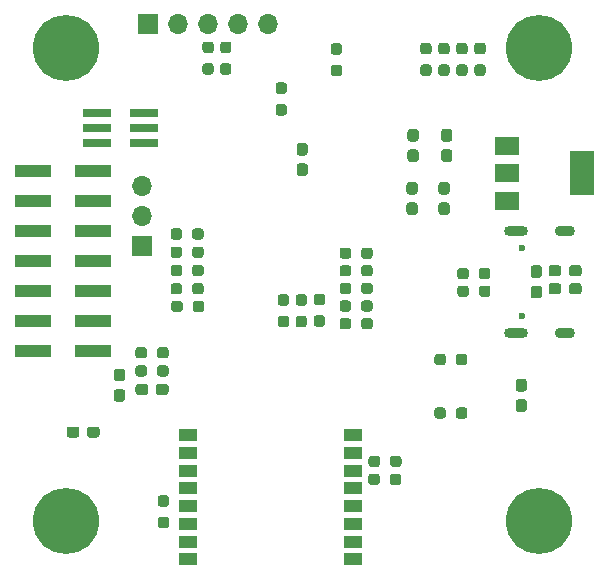
<source format=gbr>
%TF.GenerationSoftware,KiCad,Pcbnew,(5.1.8-0-10_14)*%
%TF.CreationDate,2021-03-06T23:06:48+08:00*%
%TF.ProjectId,upper_board,75707065-725f-4626-9f61-72642e6b6963,v0.1.3*%
%TF.SameCoordinates,Original*%
%TF.FileFunction,Soldermask,Bot*%
%TF.FilePolarity,Negative*%
%FSLAX46Y46*%
G04 Gerber Fmt 4.6, Leading zero omitted, Abs format (unit mm)*
G04 Created by KiCad (PCBNEW (5.1.8-0-10_14)) date 2021-03-06 23:06:48*
%MOMM*%
%LPD*%
G01*
G04 APERTURE LIST*
%ADD10R,1.500000X1.000000*%
%ADD11R,2.000000X1.500000*%
%ADD12R,2.000000X3.800000*%
%ADD13R,3.150000X1.000000*%
%ADD14C,0.600000*%
%ADD15O,1.700000X0.900000*%
%ADD16O,2.000000X0.900000*%
%ADD17R,2.400000X0.740000*%
%ADD18O,1.700000X1.700000*%
%ADD19R,1.700000X1.700000*%
%ADD20C,5.600000*%
G04 APERTURE END LIST*
D10*
%TO.C,J4*%
X130272000Y-108277300D03*
X130272000Y-106777300D03*
X130272000Y-105277300D03*
X130272000Y-103777300D03*
X130272000Y-102277300D03*
X130272000Y-100777300D03*
X130272000Y-99277300D03*
X130272000Y-97777300D03*
X144272000Y-108277300D03*
X144272000Y-106777300D03*
X144272000Y-105277300D03*
X144272000Y-103777300D03*
X144272000Y-102277300D03*
X144272000Y-100777300D03*
X144272000Y-99277300D03*
X144272000Y-97777300D03*
%TD*%
D11*
%TO.C,U3*%
X157339900Y-77903100D03*
X157339900Y-73303100D03*
X157339900Y-75603100D03*
D12*
X163639900Y-75603100D03*
%TD*%
%TO.C,R69*%
G36*
G01*
X143099800Y-65551500D02*
X142624800Y-65551500D01*
G75*
G02*
X142387300Y-65314000I0J237500D01*
G01*
X142387300Y-64814000D01*
G75*
G02*
X142624800Y-64576500I237500J0D01*
G01*
X143099800Y-64576500D01*
G75*
G02*
X143337300Y-64814000I0J-237500D01*
G01*
X143337300Y-65314000D01*
G75*
G02*
X143099800Y-65551500I-237500J0D01*
G01*
G37*
G36*
G01*
X143099800Y-67376500D02*
X142624800Y-67376500D01*
G75*
G02*
X142387300Y-67139000I0J237500D01*
G01*
X142387300Y-66639000D01*
G75*
G02*
X142624800Y-66401500I237500J0D01*
G01*
X143099800Y-66401500D01*
G75*
G02*
X143337300Y-66639000I0J-237500D01*
G01*
X143337300Y-67139000D01*
G75*
G02*
X143099800Y-67376500I-237500J0D01*
G01*
G37*
%TD*%
%TO.C,R68*%
G36*
G01*
X127679000Y-91017100D02*
X127679000Y-90542100D01*
G75*
G02*
X127916500Y-90304600I237500J0D01*
G01*
X128416500Y-90304600D01*
G75*
G02*
X128654000Y-90542100I0J-237500D01*
G01*
X128654000Y-91017100D01*
G75*
G02*
X128416500Y-91254600I-237500J0D01*
G01*
X127916500Y-91254600D01*
G75*
G02*
X127679000Y-91017100I0J237500D01*
G01*
G37*
G36*
G01*
X125854000Y-91017100D02*
X125854000Y-90542100D01*
G75*
G02*
X126091500Y-90304600I237500J0D01*
G01*
X126591500Y-90304600D01*
G75*
G02*
X126829000Y-90542100I0J-237500D01*
G01*
X126829000Y-91017100D01*
G75*
G02*
X126591500Y-91254600I-237500J0D01*
G01*
X126091500Y-91254600D01*
G75*
G02*
X125854000Y-91017100I0J237500D01*
G01*
G37*
%TD*%
%TO.C,R67*%
G36*
G01*
X127679000Y-92566500D02*
X127679000Y-92091500D01*
G75*
G02*
X127916500Y-91854000I237500J0D01*
G01*
X128416500Y-91854000D01*
G75*
G02*
X128654000Y-92091500I0J-237500D01*
G01*
X128654000Y-92566500D01*
G75*
G02*
X128416500Y-92804000I-237500J0D01*
G01*
X127916500Y-92804000D01*
G75*
G02*
X127679000Y-92566500I0J237500D01*
G01*
G37*
G36*
G01*
X125854000Y-92566500D02*
X125854000Y-92091500D01*
G75*
G02*
X126091500Y-91854000I237500J0D01*
G01*
X126591500Y-91854000D01*
G75*
G02*
X126829000Y-92091500I0J-237500D01*
G01*
X126829000Y-92566500D01*
G75*
G02*
X126591500Y-92804000I-237500J0D01*
G01*
X126091500Y-92804000D01*
G75*
G02*
X125854000Y-92566500I0J237500D01*
G01*
G37*
%TD*%
%TO.C,R65*%
G36*
G01*
X138438900Y-68878900D02*
X137963900Y-68878900D01*
G75*
G02*
X137726400Y-68641400I0J237500D01*
G01*
X137726400Y-68141400D01*
G75*
G02*
X137963900Y-67903900I237500J0D01*
G01*
X138438900Y-67903900D01*
G75*
G02*
X138676400Y-68141400I0J-237500D01*
G01*
X138676400Y-68641400D01*
G75*
G02*
X138438900Y-68878900I-237500J0D01*
G01*
G37*
G36*
G01*
X138438900Y-70703900D02*
X137963900Y-70703900D01*
G75*
G02*
X137726400Y-70466400I0J237500D01*
G01*
X137726400Y-69966400D01*
G75*
G02*
X137963900Y-69728900I237500J0D01*
G01*
X138438900Y-69728900D01*
G75*
G02*
X138676400Y-69966400I0J-237500D01*
G01*
X138676400Y-70466400D01*
G75*
G02*
X138438900Y-70703900I-237500J0D01*
G01*
G37*
%TD*%
%TO.C,R57*%
G36*
G01*
X147406700Y-100228200D02*
X147406700Y-99753200D01*
G75*
G02*
X147644200Y-99515700I237500J0D01*
G01*
X148144200Y-99515700D01*
G75*
G02*
X148381700Y-99753200I0J-237500D01*
G01*
X148381700Y-100228200D01*
G75*
G02*
X148144200Y-100465700I-237500J0D01*
G01*
X147644200Y-100465700D01*
G75*
G02*
X147406700Y-100228200I0J237500D01*
G01*
G37*
G36*
G01*
X145581700Y-100228200D02*
X145581700Y-99753200D01*
G75*
G02*
X145819200Y-99515700I237500J0D01*
G01*
X146319200Y-99515700D01*
G75*
G02*
X146556700Y-99753200I0J-237500D01*
G01*
X146556700Y-100228200D01*
G75*
G02*
X146319200Y-100465700I-237500J0D01*
G01*
X145819200Y-100465700D01*
G75*
G02*
X145581700Y-100228200I0J237500D01*
G01*
G37*
%TD*%
%TO.C,R56*%
G36*
G01*
X147394000Y-101752200D02*
X147394000Y-101277200D01*
G75*
G02*
X147631500Y-101039700I237500J0D01*
G01*
X148131500Y-101039700D01*
G75*
G02*
X148369000Y-101277200I0J-237500D01*
G01*
X148369000Y-101752200D01*
G75*
G02*
X148131500Y-101989700I-237500J0D01*
G01*
X147631500Y-101989700D01*
G75*
G02*
X147394000Y-101752200I0J237500D01*
G01*
G37*
G36*
G01*
X145569000Y-101752200D02*
X145569000Y-101277200D01*
G75*
G02*
X145806500Y-101039700I237500J0D01*
G01*
X146306500Y-101039700D01*
G75*
G02*
X146544000Y-101277200I0J-237500D01*
G01*
X146544000Y-101752200D01*
G75*
G02*
X146306500Y-101989700I-237500J0D01*
G01*
X145806500Y-101989700D01*
G75*
G02*
X145569000Y-101752200I0J237500D01*
G01*
G37*
%TD*%
%TO.C,R53*%
G36*
G01*
X138141700Y-87661300D02*
X138616700Y-87661300D01*
G75*
G02*
X138854200Y-87898800I0J-237500D01*
G01*
X138854200Y-88398800D01*
G75*
G02*
X138616700Y-88636300I-237500J0D01*
G01*
X138141700Y-88636300D01*
G75*
G02*
X137904200Y-88398800I0J237500D01*
G01*
X137904200Y-87898800D01*
G75*
G02*
X138141700Y-87661300I237500J0D01*
G01*
G37*
G36*
G01*
X138141700Y-85836300D02*
X138616700Y-85836300D01*
G75*
G02*
X138854200Y-86073800I0J-237500D01*
G01*
X138854200Y-86573800D01*
G75*
G02*
X138616700Y-86811300I-237500J0D01*
G01*
X138141700Y-86811300D01*
G75*
G02*
X137904200Y-86573800I0J237500D01*
G01*
X137904200Y-86073800D01*
G75*
G02*
X138141700Y-85836300I237500J0D01*
G01*
G37*
%TD*%
%TO.C,R52*%
G36*
G01*
X139653000Y-87661300D02*
X140128000Y-87661300D01*
G75*
G02*
X140365500Y-87898800I0J-237500D01*
G01*
X140365500Y-88398800D01*
G75*
G02*
X140128000Y-88636300I-237500J0D01*
G01*
X139653000Y-88636300D01*
G75*
G02*
X139415500Y-88398800I0J237500D01*
G01*
X139415500Y-87898800D01*
G75*
G02*
X139653000Y-87661300I237500J0D01*
G01*
G37*
G36*
G01*
X139653000Y-85836300D02*
X140128000Y-85836300D01*
G75*
G02*
X140365500Y-86073800I0J-237500D01*
G01*
X140365500Y-86573800D01*
G75*
G02*
X140128000Y-86811300I-237500J0D01*
G01*
X139653000Y-86811300D01*
G75*
G02*
X139415500Y-86573800I0J237500D01*
G01*
X139415500Y-86073800D01*
G75*
G02*
X139653000Y-85836300I237500J0D01*
G01*
G37*
%TD*%
%TO.C,R47*%
G36*
G01*
X141189700Y-87623200D02*
X141664700Y-87623200D01*
G75*
G02*
X141902200Y-87860700I0J-237500D01*
G01*
X141902200Y-88360700D01*
G75*
G02*
X141664700Y-88598200I-237500J0D01*
G01*
X141189700Y-88598200D01*
G75*
G02*
X140952200Y-88360700I0J237500D01*
G01*
X140952200Y-87860700D01*
G75*
G02*
X141189700Y-87623200I237500J0D01*
G01*
G37*
G36*
G01*
X141189700Y-85798200D02*
X141664700Y-85798200D01*
G75*
G02*
X141902200Y-86035700I0J-237500D01*
G01*
X141902200Y-86535700D01*
G75*
G02*
X141664700Y-86773200I-237500J0D01*
G01*
X141189700Y-86773200D01*
G75*
G02*
X140952200Y-86535700I0J237500D01*
G01*
X140952200Y-86035700D01*
G75*
G02*
X141189700Y-85798200I237500J0D01*
G01*
G37*
%TD*%
%TO.C,R46*%
G36*
G01*
X154083200Y-85347800D02*
X154083200Y-85822800D01*
G75*
G02*
X153845700Y-86060300I-237500J0D01*
G01*
X153345700Y-86060300D01*
G75*
G02*
X153108200Y-85822800I0J237500D01*
G01*
X153108200Y-85347800D01*
G75*
G02*
X153345700Y-85110300I237500J0D01*
G01*
X153845700Y-85110300D01*
G75*
G02*
X154083200Y-85347800I0J-237500D01*
G01*
G37*
G36*
G01*
X155908200Y-85347800D02*
X155908200Y-85822800D01*
G75*
G02*
X155670700Y-86060300I-237500J0D01*
G01*
X155170700Y-86060300D01*
G75*
G02*
X154933200Y-85822800I0J237500D01*
G01*
X154933200Y-85347800D01*
G75*
G02*
X155170700Y-85110300I237500J0D01*
G01*
X155670700Y-85110300D01*
G75*
G02*
X155908200Y-85347800I0J-237500D01*
G01*
G37*
%TD*%
%TO.C,R45*%
G36*
G01*
X154083200Y-83849200D02*
X154083200Y-84324200D01*
G75*
G02*
X153845700Y-84561700I-237500J0D01*
G01*
X153345700Y-84561700D01*
G75*
G02*
X153108200Y-84324200I0J237500D01*
G01*
X153108200Y-83849200D01*
G75*
G02*
X153345700Y-83611700I237500J0D01*
G01*
X153845700Y-83611700D01*
G75*
G02*
X154083200Y-83849200I0J-237500D01*
G01*
G37*
G36*
G01*
X155908200Y-83849200D02*
X155908200Y-84324200D01*
G75*
G02*
X155670700Y-84561700I-237500J0D01*
G01*
X155170700Y-84561700D01*
G75*
G02*
X154933200Y-84324200I0J237500D01*
G01*
X154933200Y-83849200D01*
G75*
G02*
X155170700Y-83611700I237500J0D01*
G01*
X155670700Y-83611700D01*
G75*
G02*
X155908200Y-83849200I0J-237500D01*
G01*
G37*
%TD*%
%TO.C,R44*%
G36*
G01*
X133264900Y-66274500D02*
X133739900Y-66274500D01*
G75*
G02*
X133977400Y-66512000I0J-237500D01*
G01*
X133977400Y-67012000D01*
G75*
G02*
X133739900Y-67249500I-237500J0D01*
G01*
X133264900Y-67249500D01*
G75*
G02*
X133027400Y-67012000I0J237500D01*
G01*
X133027400Y-66512000D01*
G75*
G02*
X133264900Y-66274500I237500J0D01*
G01*
G37*
G36*
G01*
X133264900Y-64449500D02*
X133739900Y-64449500D01*
G75*
G02*
X133977400Y-64687000I0J-237500D01*
G01*
X133977400Y-65187000D01*
G75*
G02*
X133739900Y-65424500I-237500J0D01*
G01*
X133264900Y-65424500D01*
G75*
G02*
X133027400Y-65187000I0J237500D01*
G01*
X133027400Y-64687000D01*
G75*
G02*
X133264900Y-64449500I237500J0D01*
G01*
G37*
%TD*%
%TO.C,R43*%
G36*
G01*
X131766300Y-66274500D02*
X132241300Y-66274500D01*
G75*
G02*
X132478800Y-66512000I0J-237500D01*
G01*
X132478800Y-67012000D01*
G75*
G02*
X132241300Y-67249500I-237500J0D01*
G01*
X131766300Y-67249500D01*
G75*
G02*
X131528800Y-67012000I0J237500D01*
G01*
X131528800Y-66512000D01*
G75*
G02*
X131766300Y-66274500I237500J0D01*
G01*
G37*
G36*
G01*
X131766300Y-64449500D02*
X132241300Y-64449500D01*
G75*
G02*
X132478800Y-64687000I0J-237500D01*
G01*
X132478800Y-65187000D01*
G75*
G02*
X132241300Y-65424500I-237500J0D01*
G01*
X131766300Y-65424500D01*
G75*
G02*
X131528800Y-65187000I0J237500D01*
G01*
X131528800Y-64687000D01*
G75*
G02*
X131766300Y-64449500I237500J0D01*
G01*
G37*
%TD*%
%TO.C,R35*%
G36*
G01*
X130701600Y-87105500D02*
X130701600Y-86630500D01*
G75*
G02*
X130939100Y-86393000I237500J0D01*
G01*
X131439100Y-86393000D01*
G75*
G02*
X131676600Y-86630500I0J-237500D01*
G01*
X131676600Y-87105500D01*
G75*
G02*
X131439100Y-87343000I-237500J0D01*
G01*
X130939100Y-87343000D01*
G75*
G02*
X130701600Y-87105500I0J237500D01*
G01*
G37*
G36*
G01*
X128876600Y-87105500D02*
X128876600Y-86630500D01*
G75*
G02*
X129114100Y-86393000I237500J0D01*
G01*
X129614100Y-86393000D01*
G75*
G02*
X129851600Y-86630500I0J-237500D01*
G01*
X129851600Y-87105500D01*
G75*
G02*
X129614100Y-87343000I-237500J0D01*
G01*
X129114100Y-87343000D01*
G75*
G02*
X128876600Y-87105500I0J237500D01*
G01*
G37*
%TD*%
%TO.C,R34*%
G36*
G01*
X130650800Y-85610075D02*
X130650800Y-85135075D01*
G75*
G02*
X130888300Y-84897575I237500J0D01*
G01*
X131388300Y-84897575D01*
G75*
G02*
X131625800Y-85135075I0J-237500D01*
G01*
X131625800Y-85610075D01*
G75*
G02*
X131388300Y-85847575I-237500J0D01*
G01*
X130888300Y-85847575D01*
G75*
G02*
X130650800Y-85610075I0J237500D01*
G01*
G37*
G36*
G01*
X128825800Y-85610075D02*
X128825800Y-85135075D01*
G75*
G02*
X129063300Y-84897575I237500J0D01*
G01*
X129563300Y-84897575D01*
G75*
G02*
X129800800Y-85135075I0J-237500D01*
G01*
X129800800Y-85610075D01*
G75*
G02*
X129563300Y-85847575I-237500J0D01*
G01*
X129063300Y-85847575D01*
G75*
G02*
X128825800Y-85610075I0J237500D01*
G01*
G37*
%TD*%
%TO.C,R33*%
G36*
G01*
X130650800Y-84063850D02*
X130650800Y-83588850D01*
G75*
G02*
X130888300Y-83351350I237500J0D01*
G01*
X131388300Y-83351350D01*
G75*
G02*
X131625800Y-83588850I0J-237500D01*
G01*
X131625800Y-84063850D01*
G75*
G02*
X131388300Y-84301350I-237500J0D01*
G01*
X130888300Y-84301350D01*
G75*
G02*
X130650800Y-84063850I0J237500D01*
G01*
G37*
G36*
G01*
X128825800Y-84063850D02*
X128825800Y-83588850D01*
G75*
G02*
X129063300Y-83351350I237500J0D01*
G01*
X129563300Y-83351350D01*
G75*
G02*
X129800800Y-83588850I0J-237500D01*
G01*
X129800800Y-84063850D01*
G75*
G02*
X129563300Y-84301350I-237500J0D01*
G01*
X129063300Y-84301350D01*
G75*
G02*
X128825800Y-84063850I0J237500D01*
G01*
G37*
%TD*%
%TO.C,R32*%
G36*
G01*
X128456700Y-103829300D02*
X127981700Y-103829300D01*
G75*
G02*
X127744200Y-103591800I0J237500D01*
G01*
X127744200Y-103091800D01*
G75*
G02*
X127981700Y-102854300I237500J0D01*
G01*
X128456700Y-102854300D01*
G75*
G02*
X128694200Y-103091800I0J-237500D01*
G01*
X128694200Y-103591800D01*
G75*
G02*
X128456700Y-103829300I-237500J0D01*
G01*
G37*
G36*
G01*
X128456700Y-105654300D02*
X127981700Y-105654300D01*
G75*
G02*
X127744200Y-105416800I0J237500D01*
G01*
X127744200Y-104916800D01*
G75*
G02*
X127981700Y-104679300I237500J0D01*
G01*
X128456700Y-104679300D01*
G75*
G02*
X128694200Y-104916800I0J-237500D01*
G01*
X128694200Y-105416800D01*
G75*
G02*
X128456700Y-105654300I-237500J0D01*
G01*
G37*
%TD*%
%TO.C,R31*%
G36*
G01*
X152977400Y-96135200D02*
X152977400Y-95660200D01*
G75*
G02*
X153214900Y-95422700I237500J0D01*
G01*
X153714900Y-95422700D01*
G75*
G02*
X153952400Y-95660200I0J-237500D01*
G01*
X153952400Y-96135200D01*
G75*
G02*
X153714900Y-96372700I-237500J0D01*
G01*
X153214900Y-96372700D01*
G75*
G02*
X152977400Y-96135200I0J237500D01*
G01*
G37*
G36*
G01*
X151152400Y-96135200D02*
X151152400Y-95660200D01*
G75*
G02*
X151389900Y-95422700I237500J0D01*
G01*
X151889900Y-95422700D01*
G75*
G02*
X152127400Y-95660200I0J-237500D01*
G01*
X152127400Y-96135200D01*
G75*
G02*
X151889900Y-96372700I-237500J0D01*
G01*
X151389900Y-96372700D01*
G75*
G02*
X151152400Y-96135200I0J237500D01*
G01*
G37*
%TD*%
%TO.C,R30*%
G36*
G01*
X130650800Y-82517625D02*
X130650800Y-82042625D01*
G75*
G02*
X130888300Y-81805125I237500J0D01*
G01*
X131388300Y-81805125D01*
G75*
G02*
X131625800Y-82042625I0J-237500D01*
G01*
X131625800Y-82517625D01*
G75*
G02*
X131388300Y-82755125I-237500J0D01*
G01*
X130888300Y-82755125D01*
G75*
G02*
X130650800Y-82517625I0J237500D01*
G01*
G37*
G36*
G01*
X128825800Y-82517625D02*
X128825800Y-82042625D01*
G75*
G02*
X129063300Y-81805125I237500J0D01*
G01*
X129563300Y-81805125D01*
G75*
G02*
X129800800Y-82042625I0J-237500D01*
G01*
X129800800Y-82517625D01*
G75*
G02*
X129563300Y-82755125I-237500J0D01*
G01*
X129063300Y-82755125D01*
G75*
G02*
X128825800Y-82517625I0J237500D01*
G01*
G37*
%TD*%
%TO.C,R29*%
G36*
G01*
X144963700Y-88566000D02*
X144963700Y-88091000D01*
G75*
G02*
X145201200Y-87853500I237500J0D01*
G01*
X145701200Y-87853500D01*
G75*
G02*
X145938700Y-88091000I0J-237500D01*
G01*
X145938700Y-88566000D01*
G75*
G02*
X145701200Y-88803500I-237500J0D01*
G01*
X145201200Y-88803500D01*
G75*
G02*
X144963700Y-88566000I0J237500D01*
G01*
G37*
G36*
G01*
X143138700Y-88566000D02*
X143138700Y-88091000D01*
G75*
G02*
X143376200Y-87853500I237500J0D01*
G01*
X143876200Y-87853500D01*
G75*
G02*
X144113700Y-88091000I0J-237500D01*
G01*
X144113700Y-88566000D01*
G75*
G02*
X143876200Y-88803500I-237500J0D01*
G01*
X143376200Y-88803500D01*
G75*
G02*
X143138700Y-88566000I0J237500D01*
G01*
G37*
%TD*%
%TO.C,R28*%
G36*
G01*
X130650800Y-80971400D02*
X130650800Y-80496400D01*
G75*
G02*
X130888300Y-80258900I237500J0D01*
G01*
X131388300Y-80258900D01*
G75*
G02*
X131625800Y-80496400I0J-237500D01*
G01*
X131625800Y-80971400D01*
G75*
G02*
X131388300Y-81208900I-237500J0D01*
G01*
X130888300Y-81208900D01*
G75*
G02*
X130650800Y-80971400I0J237500D01*
G01*
G37*
G36*
G01*
X128825800Y-80971400D02*
X128825800Y-80496400D01*
G75*
G02*
X129063300Y-80258900I237500J0D01*
G01*
X129563300Y-80258900D01*
G75*
G02*
X129800800Y-80496400I0J-237500D01*
G01*
X129800800Y-80971400D01*
G75*
G02*
X129563300Y-81208900I-237500J0D01*
G01*
X129063300Y-81208900D01*
G75*
G02*
X128825800Y-80971400I0J237500D01*
G01*
G37*
%TD*%
%TO.C,R27*%
G36*
G01*
X144963700Y-87073750D02*
X144963700Y-86598750D01*
G75*
G02*
X145201200Y-86361250I237500J0D01*
G01*
X145701200Y-86361250D01*
G75*
G02*
X145938700Y-86598750I0J-237500D01*
G01*
X145938700Y-87073750D01*
G75*
G02*
X145701200Y-87311250I-237500J0D01*
G01*
X145201200Y-87311250D01*
G75*
G02*
X144963700Y-87073750I0J237500D01*
G01*
G37*
G36*
G01*
X143138700Y-87073750D02*
X143138700Y-86598750D01*
G75*
G02*
X143376200Y-86361250I237500J0D01*
G01*
X143876200Y-86361250D01*
G75*
G02*
X144113700Y-86598750I0J-237500D01*
G01*
X144113700Y-87073750D01*
G75*
G02*
X143876200Y-87311250I-237500J0D01*
G01*
X143376200Y-87311250D01*
G75*
G02*
X143138700Y-87073750I0J237500D01*
G01*
G37*
%TD*%
%TO.C,R26*%
G36*
G01*
X152990100Y-91601300D02*
X152990100Y-91126300D01*
G75*
G02*
X153227600Y-90888800I237500J0D01*
G01*
X153727600Y-90888800D01*
G75*
G02*
X153965100Y-91126300I0J-237500D01*
G01*
X153965100Y-91601300D01*
G75*
G02*
X153727600Y-91838800I-237500J0D01*
G01*
X153227600Y-91838800D01*
G75*
G02*
X152990100Y-91601300I0J237500D01*
G01*
G37*
G36*
G01*
X151165100Y-91601300D02*
X151165100Y-91126300D01*
G75*
G02*
X151402600Y-90888800I237500J0D01*
G01*
X151902600Y-90888800D01*
G75*
G02*
X152140100Y-91126300I0J-237500D01*
G01*
X152140100Y-91601300D01*
G75*
G02*
X151902600Y-91838800I-237500J0D01*
G01*
X151402600Y-91838800D01*
G75*
G02*
X151165100Y-91601300I0J237500D01*
G01*
G37*
%TD*%
%TO.C,R23*%
G36*
G01*
X144963700Y-85581500D02*
X144963700Y-85106500D01*
G75*
G02*
X145201200Y-84869000I237500J0D01*
G01*
X145701200Y-84869000D01*
G75*
G02*
X145938700Y-85106500I0J-237500D01*
G01*
X145938700Y-85581500D01*
G75*
G02*
X145701200Y-85819000I-237500J0D01*
G01*
X145201200Y-85819000D01*
G75*
G02*
X144963700Y-85581500I0J237500D01*
G01*
G37*
G36*
G01*
X143138700Y-85581500D02*
X143138700Y-85106500D01*
G75*
G02*
X143376200Y-84869000I237500J0D01*
G01*
X143876200Y-84869000D01*
G75*
G02*
X144113700Y-85106500I0J-237500D01*
G01*
X144113700Y-85581500D01*
G75*
G02*
X143876200Y-85819000I-237500J0D01*
G01*
X143376200Y-85819000D01*
G75*
G02*
X143138700Y-85581500I0J237500D01*
G01*
G37*
%TD*%
%TO.C,R22*%
G36*
G01*
X144963700Y-84089250D02*
X144963700Y-83614250D01*
G75*
G02*
X145201200Y-83376750I237500J0D01*
G01*
X145701200Y-83376750D01*
G75*
G02*
X145938700Y-83614250I0J-237500D01*
G01*
X145938700Y-84089250D01*
G75*
G02*
X145701200Y-84326750I-237500J0D01*
G01*
X145201200Y-84326750D01*
G75*
G02*
X144963700Y-84089250I0J237500D01*
G01*
G37*
G36*
G01*
X143138700Y-84089250D02*
X143138700Y-83614250D01*
G75*
G02*
X143376200Y-83376750I237500J0D01*
G01*
X143876200Y-83376750D01*
G75*
G02*
X144113700Y-83614250I0J-237500D01*
G01*
X144113700Y-84089250D01*
G75*
G02*
X143876200Y-84326750I-237500J0D01*
G01*
X143376200Y-84326750D01*
G75*
G02*
X143138700Y-84089250I0J237500D01*
G01*
G37*
%TD*%
%TO.C,R18*%
G36*
G01*
X144963700Y-82597000D02*
X144963700Y-82122000D01*
G75*
G02*
X145201200Y-81884500I237500J0D01*
G01*
X145701200Y-81884500D01*
G75*
G02*
X145938700Y-82122000I0J-237500D01*
G01*
X145938700Y-82597000D01*
G75*
G02*
X145701200Y-82834500I-237500J0D01*
G01*
X145201200Y-82834500D01*
G75*
G02*
X144963700Y-82597000I0J237500D01*
G01*
G37*
G36*
G01*
X143138700Y-82597000D02*
X143138700Y-82122000D01*
G75*
G02*
X143376200Y-81884500I237500J0D01*
G01*
X143876200Y-81884500D01*
G75*
G02*
X144113700Y-82122000I0J-237500D01*
G01*
X144113700Y-82597000D01*
G75*
G02*
X143876200Y-82834500I-237500J0D01*
G01*
X143376200Y-82834500D01*
G75*
G02*
X143138700Y-82597000I0J237500D01*
G01*
G37*
%TD*%
%TO.C,R7*%
G36*
G01*
X150206700Y-66369200D02*
X150681700Y-66369200D01*
G75*
G02*
X150919200Y-66606700I0J-237500D01*
G01*
X150919200Y-67106700D01*
G75*
G02*
X150681700Y-67344200I-237500J0D01*
G01*
X150206700Y-67344200D01*
G75*
G02*
X149969200Y-67106700I0J237500D01*
G01*
X149969200Y-66606700D01*
G75*
G02*
X150206700Y-66369200I237500J0D01*
G01*
G37*
G36*
G01*
X150206700Y-64544200D02*
X150681700Y-64544200D01*
G75*
G02*
X150919200Y-64781700I0J-237500D01*
G01*
X150919200Y-65281700D01*
G75*
G02*
X150681700Y-65519200I-237500J0D01*
G01*
X150206700Y-65519200D01*
G75*
G02*
X149969200Y-65281700I0J237500D01*
G01*
X149969200Y-64781700D01*
G75*
G02*
X150206700Y-64544200I237500J0D01*
G01*
G37*
%TD*%
%TO.C,R6*%
G36*
G01*
X151730700Y-66369200D02*
X152205700Y-66369200D01*
G75*
G02*
X152443200Y-66606700I0J-237500D01*
G01*
X152443200Y-67106700D01*
G75*
G02*
X152205700Y-67344200I-237500J0D01*
G01*
X151730700Y-67344200D01*
G75*
G02*
X151493200Y-67106700I0J237500D01*
G01*
X151493200Y-66606700D01*
G75*
G02*
X151730700Y-66369200I237500J0D01*
G01*
G37*
G36*
G01*
X151730700Y-64544200D02*
X152205700Y-64544200D01*
G75*
G02*
X152443200Y-64781700I0J-237500D01*
G01*
X152443200Y-65281700D01*
G75*
G02*
X152205700Y-65519200I-237500J0D01*
G01*
X151730700Y-65519200D01*
G75*
G02*
X151493200Y-65281700I0J237500D01*
G01*
X151493200Y-64781700D01*
G75*
G02*
X151730700Y-64544200I237500J0D01*
G01*
G37*
%TD*%
%TO.C,R5*%
G36*
G01*
X153254700Y-66369200D02*
X153729700Y-66369200D01*
G75*
G02*
X153967200Y-66606700I0J-237500D01*
G01*
X153967200Y-67106700D01*
G75*
G02*
X153729700Y-67344200I-237500J0D01*
G01*
X153254700Y-67344200D01*
G75*
G02*
X153017200Y-67106700I0J237500D01*
G01*
X153017200Y-66606700D01*
G75*
G02*
X153254700Y-66369200I237500J0D01*
G01*
G37*
G36*
G01*
X153254700Y-64544200D02*
X153729700Y-64544200D01*
G75*
G02*
X153967200Y-64781700I0J-237500D01*
G01*
X153967200Y-65281700D01*
G75*
G02*
X153729700Y-65519200I-237500J0D01*
G01*
X153254700Y-65519200D01*
G75*
G02*
X153017200Y-65281700I0J237500D01*
G01*
X153017200Y-64781700D01*
G75*
G02*
X153254700Y-64544200I237500J0D01*
G01*
G37*
%TD*%
%TO.C,R4*%
G36*
G01*
X154791400Y-66369200D02*
X155266400Y-66369200D01*
G75*
G02*
X155503900Y-66606700I0J-237500D01*
G01*
X155503900Y-67106700D01*
G75*
G02*
X155266400Y-67344200I-237500J0D01*
G01*
X154791400Y-67344200D01*
G75*
G02*
X154553900Y-67106700I0J237500D01*
G01*
X154553900Y-66606700D01*
G75*
G02*
X154791400Y-66369200I237500J0D01*
G01*
G37*
G36*
G01*
X154791400Y-64544200D02*
X155266400Y-64544200D01*
G75*
G02*
X155503900Y-64781700I0J-237500D01*
G01*
X155503900Y-65281700D01*
G75*
G02*
X155266400Y-65519200I-237500J0D01*
G01*
X154791400Y-65519200D01*
G75*
G02*
X154553900Y-65281700I0J237500D01*
G01*
X154553900Y-64781700D01*
G75*
G02*
X154791400Y-64544200I237500J0D01*
G01*
G37*
%TD*%
D13*
%TO.C,J3*%
X122235200Y-75399900D03*
X117185200Y-75399900D03*
X122235200Y-77939900D03*
X117185200Y-77939900D03*
X122235200Y-80479900D03*
X117185200Y-80479900D03*
X122235200Y-83019900D03*
X117185200Y-83019900D03*
X122235200Y-85559900D03*
X117185200Y-85559900D03*
X122235200Y-88099900D03*
X117185200Y-88099900D03*
X122235200Y-90639900D03*
X117185200Y-90639900D03*
%TD*%
D14*
%TO.C,J1*%
X158570000Y-87700600D03*
X158570000Y-81920600D03*
D15*
X162260000Y-80490600D03*
X162260000Y-89130600D03*
D16*
X158090000Y-80490600D03*
X158090000Y-89130600D03*
%TD*%
%TO.C,C30*%
G36*
G01*
X121749700Y-97748100D02*
X121749700Y-97273100D01*
G75*
G02*
X121987200Y-97035600I237500J0D01*
G01*
X122587200Y-97035600D01*
G75*
G02*
X122824700Y-97273100I0J-237500D01*
G01*
X122824700Y-97748100D01*
G75*
G02*
X122587200Y-97985600I-237500J0D01*
G01*
X121987200Y-97985600D01*
G75*
G02*
X121749700Y-97748100I0J237500D01*
G01*
G37*
G36*
G01*
X120024700Y-97748100D02*
X120024700Y-97273100D01*
G75*
G02*
X120262200Y-97035600I237500J0D01*
G01*
X120862200Y-97035600D01*
G75*
G02*
X121099700Y-97273100I0J-237500D01*
G01*
X121099700Y-97748100D01*
G75*
G02*
X120862200Y-97985600I-237500J0D01*
G01*
X120262200Y-97985600D01*
G75*
G02*
X120024700Y-97748100I0J237500D01*
G01*
G37*
%TD*%
%TO.C,C28*%
G36*
G01*
X124735600Y-93210500D02*
X124260600Y-93210500D01*
G75*
G02*
X124023100Y-92973000I0J237500D01*
G01*
X124023100Y-92373000D01*
G75*
G02*
X124260600Y-92135500I237500J0D01*
G01*
X124735600Y-92135500D01*
G75*
G02*
X124973100Y-92373000I0J-237500D01*
G01*
X124973100Y-92973000D01*
G75*
G02*
X124735600Y-93210500I-237500J0D01*
G01*
G37*
G36*
G01*
X124735600Y-94935500D02*
X124260600Y-94935500D01*
G75*
G02*
X124023100Y-94698000I0J237500D01*
G01*
X124023100Y-94098000D01*
G75*
G02*
X124260600Y-93860500I237500J0D01*
G01*
X124735600Y-93860500D01*
G75*
G02*
X124973100Y-94098000I0J-237500D01*
G01*
X124973100Y-94698000D01*
G75*
G02*
X124735600Y-94935500I-237500J0D01*
G01*
G37*
%TD*%
%TO.C,C18*%
G36*
G01*
X126929000Y-93653600D02*
X126929000Y-94128600D01*
G75*
G02*
X126691500Y-94366100I-237500J0D01*
G01*
X126091500Y-94366100D01*
G75*
G02*
X125854000Y-94128600I0J237500D01*
G01*
X125854000Y-93653600D01*
G75*
G02*
X126091500Y-93416100I237500J0D01*
G01*
X126691500Y-93416100D01*
G75*
G02*
X126929000Y-93653600I0J-237500D01*
G01*
G37*
G36*
G01*
X128654000Y-93653600D02*
X128654000Y-94128600D01*
G75*
G02*
X128416500Y-94366100I-237500J0D01*
G01*
X127816500Y-94366100D01*
G75*
G02*
X127579000Y-94128600I0J237500D01*
G01*
X127579000Y-93653600D01*
G75*
G02*
X127816500Y-93416100I237500J0D01*
G01*
X128416500Y-93416100D01*
G75*
G02*
X128654000Y-93653600I0J-237500D01*
G01*
G37*
%TD*%
%TO.C,C12*%
G36*
G01*
X159553900Y-85110200D02*
X160028900Y-85110200D01*
G75*
G02*
X160266400Y-85347700I0J-237500D01*
G01*
X160266400Y-85947700D01*
G75*
G02*
X160028900Y-86185200I-237500J0D01*
G01*
X159553900Y-86185200D01*
G75*
G02*
X159316400Y-85947700I0J237500D01*
G01*
X159316400Y-85347700D01*
G75*
G02*
X159553900Y-85110200I237500J0D01*
G01*
G37*
G36*
G01*
X159553900Y-83385200D02*
X160028900Y-83385200D01*
G75*
G02*
X160266400Y-83622700I0J-237500D01*
G01*
X160266400Y-84222700D01*
G75*
G02*
X160028900Y-84460200I-237500J0D01*
G01*
X159553900Y-84460200D01*
G75*
G02*
X159316400Y-84222700I0J237500D01*
G01*
X159316400Y-83622700D01*
G75*
G02*
X159553900Y-83385200I237500J0D01*
G01*
G37*
%TD*%
%TO.C,C9*%
G36*
G01*
X158283900Y-94724100D02*
X158758900Y-94724100D01*
G75*
G02*
X158996400Y-94961600I0J-237500D01*
G01*
X158996400Y-95561600D01*
G75*
G02*
X158758900Y-95799100I-237500J0D01*
G01*
X158283900Y-95799100D01*
G75*
G02*
X158046400Y-95561600I0J237500D01*
G01*
X158046400Y-94961600D01*
G75*
G02*
X158283900Y-94724100I237500J0D01*
G01*
G37*
G36*
G01*
X158283900Y-92999100D02*
X158758900Y-92999100D01*
G75*
G02*
X158996400Y-93236600I0J-237500D01*
G01*
X158996400Y-93836600D01*
G75*
G02*
X158758900Y-94074100I-237500J0D01*
G01*
X158283900Y-94074100D01*
G75*
G02*
X158046400Y-93836600I0J237500D01*
G01*
X158046400Y-93236600D01*
G75*
G02*
X158283900Y-92999100I237500J0D01*
G01*
G37*
%TD*%
%TO.C,C8*%
G36*
G01*
X161904800Y-85131900D02*
X161904800Y-85606900D01*
G75*
G02*
X161667300Y-85844400I-237500J0D01*
G01*
X161067300Y-85844400D01*
G75*
G02*
X160829800Y-85606900I0J237500D01*
G01*
X160829800Y-85131900D01*
G75*
G02*
X161067300Y-84894400I237500J0D01*
G01*
X161667300Y-84894400D01*
G75*
G02*
X161904800Y-85131900I0J-237500D01*
G01*
G37*
G36*
G01*
X163629800Y-85131900D02*
X163629800Y-85606900D01*
G75*
G02*
X163392300Y-85844400I-237500J0D01*
G01*
X162792300Y-85844400D01*
G75*
G02*
X162554800Y-85606900I0J237500D01*
G01*
X162554800Y-85131900D01*
G75*
G02*
X162792300Y-84894400I237500J0D01*
G01*
X163392300Y-84894400D01*
G75*
G02*
X163629800Y-85131900I0J-237500D01*
G01*
G37*
%TD*%
%TO.C,C7*%
G36*
G01*
X161904800Y-83607900D02*
X161904800Y-84082900D01*
G75*
G02*
X161667300Y-84320400I-237500J0D01*
G01*
X161067300Y-84320400D01*
G75*
G02*
X160829800Y-84082900I0J237500D01*
G01*
X160829800Y-83607900D01*
G75*
G02*
X161067300Y-83370400I237500J0D01*
G01*
X161667300Y-83370400D01*
G75*
G02*
X161904800Y-83607900I0J-237500D01*
G01*
G37*
G36*
G01*
X163629800Y-83607900D02*
X163629800Y-84082900D01*
G75*
G02*
X163392300Y-84320400I-237500J0D01*
G01*
X162792300Y-84320400D01*
G75*
G02*
X162554800Y-84082900I0J237500D01*
G01*
X162554800Y-83607900D01*
G75*
G02*
X162792300Y-83370400I237500J0D01*
G01*
X163392300Y-83370400D01*
G75*
G02*
X163629800Y-83607900I0J-237500D01*
G01*
G37*
%TD*%
%TO.C,C5*%
G36*
G01*
X139729200Y-74747000D02*
X140204200Y-74747000D01*
G75*
G02*
X140441700Y-74984500I0J-237500D01*
G01*
X140441700Y-75584500D01*
G75*
G02*
X140204200Y-75822000I-237500J0D01*
G01*
X139729200Y-75822000D01*
G75*
G02*
X139491700Y-75584500I0J237500D01*
G01*
X139491700Y-74984500D01*
G75*
G02*
X139729200Y-74747000I237500J0D01*
G01*
G37*
G36*
G01*
X139729200Y-73022000D02*
X140204200Y-73022000D01*
G75*
G02*
X140441700Y-73259500I0J-237500D01*
G01*
X140441700Y-73859500D01*
G75*
G02*
X140204200Y-74097000I-237500J0D01*
G01*
X139729200Y-74097000D01*
G75*
G02*
X139491700Y-73859500I0J237500D01*
G01*
X139491700Y-73259500D01*
G75*
G02*
X139729200Y-73022000I237500J0D01*
G01*
G37*
%TD*%
%TO.C,C4*%
G36*
G01*
X151959300Y-73565900D02*
X152434300Y-73565900D01*
G75*
G02*
X152671800Y-73803400I0J-237500D01*
G01*
X152671800Y-74403400D01*
G75*
G02*
X152434300Y-74640900I-237500J0D01*
G01*
X151959300Y-74640900D01*
G75*
G02*
X151721800Y-74403400I0J237500D01*
G01*
X151721800Y-73803400D01*
G75*
G02*
X151959300Y-73565900I237500J0D01*
G01*
G37*
G36*
G01*
X151959300Y-71840900D02*
X152434300Y-71840900D01*
G75*
G02*
X152671800Y-72078400I0J-237500D01*
G01*
X152671800Y-72678400D01*
G75*
G02*
X152434300Y-72915900I-237500J0D01*
G01*
X151959300Y-72915900D01*
G75*
G02*
X151721800Y-72678400I0J237500D01*
G01*
X151721800Y-72078400D01*
G75*
G02*
X151959300Y-71840900I237500J0D01*
G01*
G37*
%TD*%
%TO.C,C3*%
G36*
G01*
X149114500Y-73565900D02*
X149589500Y-73565900D01*
G75*
G02*
X149827000Y-73803400I0J-237500D01*
G01*
X149827000Y-74403400D01*
G75*
G02*
X149589500Y-74640900I-237500J0D01*
G01*
X149114500Y-74640900D01*
G75*
G02*
X148877000Y-74403400I0J237500D01*
G01*
X148877000Y-73803400D01*
G75*
G02*
X149114500Y-73565900I237500J0D01*
G01*
G37*
G36*
G01*
X149114500Y-71840900D02*
X149589500Y-71840900D01*
G75*
G02*
X149827000Y-72078400I0J-237500D01*
G01*
X149827000Y-72678400D01*
G75*
G02*
X149589500Y-72915900I-237500J0D01*
G01*
X149114500Y-72915900D01*
G75*
G02*
X148877000Y-72678400I0J237500D01*
G01*
X148877000Y-72078400D01*
G75*
G02*
X149114500Y-71840900I237500J0D01*
G01*
G37*
%TD*%
%TO.C,C2*%
G36*
G01*
X149038300Y-78050100D02*
X149513300Y-78050100D01*
G75*
G02*
X149750800Y-78287600I0J-237500D01*
G01*
X149750800Y-78887600D01*
G75*
G02*
X149513300Y-79125100I-237500J0D01*
G01*
X149038300Y-79125100D01*
G75*
G02*
X148800800Y-78887600I0J237500D01*
G01*
X148800800Y-78287600D01*
G75*
G02*
X149038300Y-78050100I237500J0D01*
G01*
G37*
G36*
G01*
X149038300Y-76325100D02*
X149513300Y-76325100D01*
G75*
G02*
X149750800Y-76562600I0J-237500D01*
G01*
X149750800Y-77162600D01*
G75*
G02*
X149513300Y-77400100I-237500J0D01*
G01*
X149038300Y-77400100D01*
G75*
G02*
X148800800Y-77162600I0J237500D01*
G01*
X148800800Y-76562600D01*
G75*
G02*
X149038300Y-76325100I237500J0D01*
G01*
G37*
%TD*%
%TO.C,C1*%
G36*
G01*
X151743400Y-78050100D02*
X152218400Y-78050100D01*
G75*
G02*
X152455900Y-78287600I0J-237500D01*
G01*
X152455900Y-78887600D01*
G75*
G02*
X152218400Y-79125100I-237500J0D01*
G01*
X151743400Y-79125100D01*
G75*
G02*
X151505900Y-78887600I0J237500D01*
G01*
X151505900Y-78287600D01*
G75*
G02*
X151743400Y-78050100I237500J0D01*
G01*
G37*
G36*
G01*
X151743400Y-76325100D02*
X152218400Y-76325100D01*
G75*
G02*
X152455900Y-76562600I0J-237500D01*
G01*
X152455900Y-77162600D01*
G75*
G02*
X152218400Y-77400100I-237500J0D01*
G01*
X151743400Y-77400100D01*
G75*
G02*
X151505900Y-77162600I0J237500D01*
G01*
X151505900Y-76562600D01*
G75*
G02*
X151743400Y-76325100I237500J0D01*
G01*
G37*
%TD*%
D17*
%TO.C,J2*%
X126537000Y-70485000D03*
X122637000Y-70485000D03*
X126537000Y-71755000D03*
X122637000Y-71755000D03*
X126537000Y-73025000D03*
X122637000Y-73025000D03*
%TD*%
D18*
%TO.C,SWD1*%
X137058400Y-62953900D03*
X134518400Y-62953900D03*
X131978400Y-62953900D03*
X129438400Y-62953900D03*
D19*
X126898400Y-62953900D03*
%TD*%
D18*
%TO.C,J6*%
X126365000Y-76708000D03*
X126365000Y-79248000D03*
D19*
X126365000Y-81788000D03*
%TD*%
D20*
%TO.C,H4*%
X160000000Y-65000000D03*
%TD*%
%TO.C,H1*%
X120000000Y-105000000D03*
%TD*%
%TO.C,H3*%
X160000000Y-105000000D03*
%TD*%
%TO.C,H2*%
X120000000Y-65000000D03*
%TD*%
M02*

</source>
